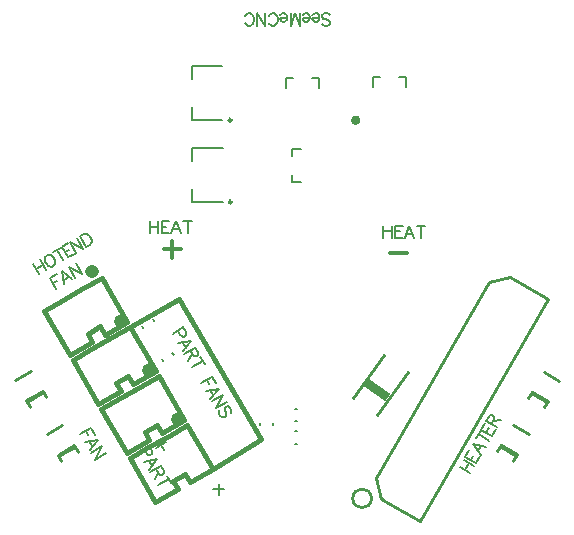
<source format=gto>
G04 Layer_Color=65535*
%FSLAX24Y24*%
%MOIN*%
G70*
G01*
G75*
%ADD34C,0.0100*%
%ADD36C,0.0080*%
%ADD39C,0.0160*%
%ADD62C,0.0098*%
%ADD63C,0.0079*%
%ADD64C,0.0157*%
%ADD65C,0.0433*%
%ADD66C,0.0077*%
%ADD67C,0.0123*%
G04:AMPARAMS|DCode=68|XSize=29.5mil|YSize=87.9mil|CornerRadius=0mil|HoleSize=0mil|Usage=FLASHONLY|Rotation=55.000|XOffset=0mil|YOffset=0mil|HoleType=Round|Shape=Rectangle|*
%AMROTATEDRECTD68*
4,1,4,0.0275,-0.0373,-0.0445,0.0131,-0.0275,0.0373,0.0445,-0.0131,0.0275,-0.0373,0.0*
%
%ADD68ROTATEDRECTD68*%

D34*
X7555Y1358D02*
G03*
X7555Y1358I-313J0D01*
G01*
X12272Y3799D02*
X12791Y3499D01*
X11868Y3138D02*
X12413Y2824D01*
X11840Y3090D02*
X12385Y2775D01*
X11743Y2922D02*
X11868Y3138D01*
X12288Y2607D02*
X12413Y2824D01*
X13302Y5579D02*
X13821Y5279D01*
X12898Y4918D02*
X13443Y4604D01*
X12870Y4870D02*
X13415Y4555D01*
X12773Y4702D02*
X12898Y4918D01*
X13318Y4387D02*
X13443Y4604D01*
X-3277Y3489D02*
X-2758Y3789D01*
X-2907Y2809D02*
X-2363Y3124D01*
X-2879Y2760D02*
X-2334Y3075D01*
X-2907Y2809D02*
X-2782Y2593D01*
X-2363Y3124D02*
X-2238Y2907D01*
X-4322Y5314D02*
X-3802Y5614D01*
X-3952Y4634D02*
X-3407Y4948D01*
X-3924Y4585D02*
X-3379Y4900D01*
X-3952Y4634D02*
X-3827Y4417D01*
X-3407Y4948D02*
X-3282Y4732D01*
X7755Y4122D02*
X8774Y5577D01*
X6942Y4691D02*
X7961Y6146D01*
X7885Y1350D02*
X9164Y612D01*
X7705Y2023D02*
X7885Y1350D01*
X7705Y2023D02*
X11485Y8569D01*
X12157Y8749D02*
X13435Y8011D01*
X11485Y8569D02*
X12157Y8749D01*
X7885Y1350D02*
X7919Y1331D01*
X7987Y1291D01*
X9164Y612D02*
X13435Y8011D01*
D36*
X5815Y15035D02*
X5815Y15354D01*
X5575D02*
X5815D01*
X4704Y15035D02*
Y15354D01*
X4940D01*
X4890Y13000D02*
X5209D01*
X4890Y12760D02*
Y13000D01*
Y11889D02*
X5209D01*
X4890D02*
Y12125D01*
X8705Y15074D02*
Y15394D01*
X8465Y15394D02*
X8705Y15394D01*
X7594Y15394D02*
X7594Y15074D01*
X7594Y15394D02*
X7830Y15394D01*
D39*
X7106Y13962D02*
G03*
X7106Y13962I-77J0D01*
G01*
X2260Y2340D02*
X3850Y3290D01*
X1140Y8000D02*
X3860Y3330D01*
X-487Y7076D02*
X1140Y8000D01*
D62*
X2889Y13964D02*
G03*
X2889Y13964I-49J0D01*
G01*
X2899Y11234D02*
G03*
X2899Y11234I-49J0D01*
G01*
D63*
X1560Y13964D02*
X2584D01*
X1560Y14398D02*
X1560Y13964D01*
Y15776D02*
X2584Y15776D01*
X1560Y15342D02*
X1560Y15776D01*
X4991Y3183D02*
X5070D01*
X4991Y3596D02*
X5070D01*
X4991Y3923D02*
X5069D01*
X4991Y4337D02*
X5069D01*
X3843Y3801D02*
Y3879D01*
X4257Y3801D02*
Y3879D01*
X919Y6197D02*
X959Y6129D01*
X561Y5991D02*
X601Y5923D01*
X-100Y7116D02*
X-61Y7048D01*
X258Y7322D02*
X297Y7254D01*
X1570Y12612D02*
Y13046D01*
X2594Y13046D01*
X1570Y11234D02*
X1570Y11668D01*
X1570Y11234D02*
X2594Y11234D01*
D64*
X351Y1237D02*
X1101Y1670D01*
X943Y1943D02*
X1101Y1670D01*
X943Y1943D02*
X1352Y2179D01*
X1510Y1907D01*
X2260Y2340D01*
X-496Y2703D02*
X351Y1237D01*
X-496Y2703D02*
X118Y3058D01*
X800Y3452D01*
X1413Y3806D01*
X2260Y2340D01*
X-1437Y8716D02*
X-590Y7250D01*
X-2050Y8362D02*
X-1437Y8716D01*
X-2732Y7968D02*
X-2050Y8362D01*
X-3346Y7613D02*
X-2732Y7968D01*
X-3346Y7613D02*
X-2499Y6147D01*
X-1340Y6817D02*
X-590Y7250D01*
X-1498Y7089D02*
X-1340Y6817D01*
X-1907Y6853D02*
X-1498Y7089D01*
X-1907Y6853D02*
X-1749Y6580D01*
X-2499Y6147D02*
X-1749Y6580D01*
X-487Y7076D02*
X360Y5610D01*
X-1100Y6722D02*
X-487Y7076D01*
X-1782Y6328D02*
X-1100Y6722D01*
X-2396Y5973D02*
X-1782Y6328D01*
X-2396Y5973D02*
X-1549Y4507D01*
X-390Y5177D02*
X360Y5610D01*
X-548Y5449D02*
X-390Y5177D01*
X-957Y5213D02*
X-548Y5449D01*
X-957Y5213D02*
X-799Y4940D01*
X-1549Y4507D02*
X-799Y4940D01*
X-599Y2867D02*
X151Y3300D01*
X-7Y3573D02*
X151Y3300D01*
X-7Y3573D02*
X402Y3809D01*
X560Y3537D01*
X1310Y3970D01*
X-1446Y4333D02*
X-599Y2867D01*
X-1446Y4333D02*
X-832Y4688D01*
X-150Y5082D01*
X463Y5436D01*
X1310Y3970D01*
D65*
X1066Y4014D02*
X1100Y4034D01*
X-1784Y8924D02*
X-1750Y8944D01*
X-834Y7284D02*
X-800Y7304D01*
X116Y5644D02*
X150Y5664D01*
D66*
X2463Y1846D02*
Y1495D01*
X2287Y1670D02*
X2639D01*
X-1795Y3705D02*
X-2150Y3500D01*
X-1795Y3705D02*
X-1668Y3485D01*
X-1964Y3607D02*
X-1886Y3472D01*
X-1843Y2969D02*
X-1566Y3309D01*
X-2000Y3240D01*
X-1852Y3257D02*
X-1754Y3088D01*
X-1441Y3091D02*
X-1796Y2886D01*
X-1441Y3091D02*
X-1659Y2649D01*
X-1304Y2854D02*
X-1659Y2649D01*
X2235Y5415D02*
X1880Y5210D01*
X2235Y5415D02*
X2362Y5195D01*
X2066Y5317D02*
X2144Y5182D01*
X2187Y4679D02*
X2464Y5019D01*
X2030Y4950D01*
X2178Y4967D02*
X2276Y4798D01*
X2589Y4801D02*
X2234Y4596D01*
X2589Y4801D02*
X2371Y4359D01*
X2726Y4564D02*
X2371Y4359D01*
X2869Y4200D02*
X2883Y4254D01*
X2871Y4314D01*
X2832Y4382D01*
X2785Y4423D01*
X2732Y4437D01*
X2698Y4418D01*
X2674Y4381D01*
X2667Y4354D01*
X2670Y4311D01*
X2694Y4190D01*
X2697Y4146D01*
X2690Y4120D01*
X2666Y4083D01*
X2615Y4054D01*
X2562Y4068D01*
X2516Y4109D01*
X2476Y4177D01*
X2464Y4237D01*
X2478Y4291D01*
X10495Y2405D02*
X10850Y2200D01*
X10632Y2642D02*
X10987Y2437D01*
X10664Y2307D02*
X10801Y2544D01*
X10815Y2960D02*
X10688Y2740D01*
X11043Y2535D01*
X11170Y2755D01*
X10857Y2642D02*
X10935Y2777D01*
X11361Y3084D02*
X10927Y3154D01*
X11204Y2814D01*
X11115Y2933D02*
X11213Y3102D01*
X11122Y3491D02*
X11477Y3286D01*
X11053Y3372D02*
X11190Y3609D01*
X11341Y3871D02*
X11214Y3651D01*
X11569Y3446D01*
X11696Y3666D01*
X11384Y3554D02*
X11462Y3689D01*
X11375Y3930D02*
X11731Y3725D01*
X11375Y3930D02*
X11463Y4082D01*
X11510Y4123D01*
X11536Y4131D01*
X11580Y4128D01*
X11614Y4108D01*
X11638Y4072D01*
X11645Y4045D01*
X11632Y3985D01*
X11545Y3833D01*
X11613Y3951D02*
X11867Y3962D01*
X7950Y10450D02*
Y10040D01*
X8223Y10450D02*
Y10040D01*
X7950Y10255D02*
X8223D01*
X8590Y10450D02*
X8337D01*
Y10040D01*
X8590D01*
X8337Y10255D02*
X8493D01*
X8971Y10040D02*
X8815Y10450D01*
X8659Y10040D01*
X8717Y10177D02*
X8913D01*
X9204Y10450D02*
Y10040D01*
X9067Y10450D02*
X9340D01*
X-3735Y9185D02*
X-3530Y8830D01*
X-3498Y9322D02*
X-3293Y8967D01*
X-3637Y9016D02*
X-3401Y9153D01*
X-3299Y9437D02*
X-3323Y9401D01*
X-3337Y9347D01*
X-3334Y9304D01*
X-3322Y9243D01*
X-3273Y9159D01*
X-3227Y9118D01*
X-3191Y9094D01*
X-3137Y9079D01*
X-3094Y9082D01*
X-3026Y9121D01*
X-3002Y9157D01*
X-2988Y9211D01*
X-2990Y9254D01*
X-3003Y9315D01*
X-3052Y9399D01*
X-3098Y9440D01*
X-3134Y9464D01*
X-3188Y9479D01*
X-3231Y9476D01*
X-3299Y9437D01*
X-2928Y9651D02*
X-2723Y9296D01*
X-3047Y9582D02*
X-2810Y9719D01*
X-2548Y9870D02*
X-2768Y9744D01*
X-2563Y9388D01*
X-2343Y9515D01*
X-2670Y9574D02*
X-2535Y9653D01*
X-2489Y9905D02*
X-2284Y9549D01*
X-2489Y9905D02*
X-2047Y9686D01*
X-2252Y10041D02*
X-2047Y9686D01*
X-2154Y10098D02*
X-1949Y9743D01*
X-2154Y10098D02*
X-2036Y10166D01*
X-1975Y10179D01*
X-1922Y10164D01*
X-1885Y10140D01*
X-1839Y10099D01*
X-1790Y10015D01*
X-1778Y9954D01*
X-1775Y9911D01*
X-1790Y9857D01*
X-1831Y9811D01*
X-1949Y9743D01*
X1099Y6948D02*
X1187Y6795D01*
X1233Y6754D01*
X1260Y6747D01*
X1303Y6750D01*
X1354Y6779D01*
X1378Y6816D01*
X1385Y6842D01*
X1373Y6903D01*
X1285Y7055D01*
X930Y6850D01*
X1269Y6263D02*
X1546Y6604D01*
X1113Y6534D01*
X1260Y6551D02*
X1358Y6382D01*
X1672Y6385D02*
X1317Y6180D01*
X1672Y6385D02*
X1760Y6233D01*
X1772Y6173D01*
X1765Y6146D01*
X1741Y6110D01*
X1707Y6090D01*
X1663Y6087D01*
X1637Y6095D01*
X1590Y6136D01*
X1503Y6288D01*
X1571Y6169D02*
X1453Y5944D01*
X1923Y5951D02*
X1567Y5746D01*
X1854Y6069D02*
X1991Y5832D01*
X170Y10610D02*
Y10200D01*
X443Y10610D02*
Y10200D01*
X170Y10415D02*
X443D01*
X810Y10610D02*
X557D01*
Y10200D01*
X810D01*
X557Y10415D02*
X713D01*
X1191Y10200D02*
X1035Y10610D01*
X879Y10200D01*
X937Y10337D02*
X1133D01*
X1424Y10610D02*
Y10200D01*
X1287Y10610D02*
X1560D01*
X-3155Y8705D02*
X-2950Y8350D01*
X-3155Y8705D02*
X-2935Y8832D01*
X-3057Y8536D02*
X-2922Y8614D01*
X-2419Y8657D02*
X-2759Y8934D01*
X-2690Y8500D01*
X-2707Y8648D02*
X-2538Y8746D01*
X-2541Y9059D02*
X-2336Y8704D01*
X-2541Y9059D02*
X-2099Y8841D01*
X-2304Y9196D02*
X-2099Y8841D01*
X-31Y2998D02*
X57Y2845D01*
X103Y2804D01*
X130Y2797D01*
X173Y2800D01*
X224Y2829D01*
X248Y2866D01*
X255Y2892D01*
X243Y2953D01*
X155Y3105D01*
X-200Y2900D01*
X139Y2313D02*
X416Y2654D01*
X-17Y2584D01*
X130Y2601D02*
X228Y2432D01*
X542Y2435D02*
X187Y2230D01*
X542Y2435D02*
X630Y2283D01*
X642Y2223D01*
X635Y2196D01*
X611Y2160D01*
X577Y2140D01*
X533Y2137D01*
X507Y2145D01*
X460Y2186D01*
X373Y2338D01*
X441Y2219D02*
X323Y1994D01*
X793Y2001D02*
X437Y1796D01*
X724Y2119D02*
X861Y1882D01*
X2471Y1836D02*
Y1484D01*
X2295Y1660D02*
X2647D01*
X5912Y17173D02*
X5951Y17134D01*
X6009Y17114D01*
X6087D01*
X6146Y17134D01*
X6185Y17173D01*
Y17212D01*
X6166Y17251D01*
X6146Y17270D01*
X6107Y17290D01*
X5990Y17329D01*
X5951Y17349D01*
X5931Y17368D01*
X5912Y17407D01*
Y17466D01*
X5951Y17505D01*
X6009Y17524D01*
X6087D01*
X6146Y17505D01*
X6185Y17466D01*
X5820Y17368D02*
X5586D01*
Y17329D01*
X5605Y17290D01*
X5625Y17270D01*
X5664Y17251D01*
X5722D01*
X5761Y17270D01*
X5800Y17310D01*
X5820Y17368D01*
Y17407D01*
X5800Y17466D01*
X5761Y17505D01*
X5722Y17524D01*
X5664D01*
X5625Y17505D01*
X5586Y17466D01*
X5498Y17368D02*
X5264D01*
Y17329D01*
X5283Y17290D01*
X5303Y17270D01*
X5342Y17251D01*
X5400D01*
X5439Y17270D01*
X5478Y17310D01*
X5498Y17368D01*
Y17407D01*
X5478Y17466D01*
X5439Y17505D01*
X5400Y17524D01*
X5342D01*
X5303Y17505D01*
X5264Y17466D01*
X5176Y17114D02*
Y17524D01*
Y17114D02*
X5019Y17524D01*
X4863Y17114D02*
X5019Y17524D01*
X4863Y17114D02*
Y17524D01*
X4746Y17368D02*
X4512D01*
Y17329D01*
X4531Y17290D01*
X4551Y17270D01*
X4590Y17251D01*
X4649D01*
X4688Y17270D01*
X4727Y17310D01*
X4746Y17368D01*
Y17407D01*
X4727Y17466D01*
X4688Y17505D01*
X4649Y17524D01*
X4590D01*
X4551Y17505D01*
X4512Y17466D01*
X4131Y17212D02*
X4151Y17173D01*
X4190Y17134D01*
X4229Y17114D01*
X4307D01*
X4346Y17134D01*
X4385Y17173D01*
X4404Y17212D01*
X4424Y17270D01*
Y17368D01*
X4404Y17427D01*
X4385Y17466D01*
X4346Y17505D01*
X4307Y17524D01*
X4229D01*
X4190Y17505D01*
X4151Y17466D01*
X4131Y17427D01*
X4016Y17114D02*
Y17524D01*
Y17114D02*
X3743Y17524D01*
Y17114D02*
Y17524D01*
X3336Y17212D02*
X3356Y17173D01*
X3395Y17134D01*
X3434Y17114D01*
X3512D01*
X3551Y17134D01*
X3590Y17173D01*
X3610Y17212D01*
X3629Y17270D01*
Y17368D01*
X3610Y17427D01*
X3590Y17466D01*
X3551Y17505D01*
X3512Y17524D01*
X3434D01*
X3395Y17505D01*
X3356Y17466D01*
X3336Y17427D01*
X692Y3224D02*
X388Y3048D01*
X452Y3288D02*
X628Y2984D01*
D67*
X8180Y9541D02*
X8742D01*
X911Y9942D02*
Y9380D01*
X630Y9661D02*
X1192D01*
D68*
X7749Y4972D02*
D03*
M02*

</source>
